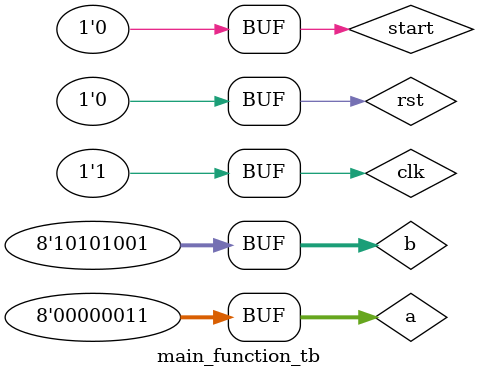
<source format=v>
`timescale 1ns / 1ps

module main_function_tb();
    reg clk;
    reg rst;
    reg [7:0] a;
    reg [7:0] b;
    reg start;
    wire busy;
    wire [23:0] result;
    main_function main1 (
        .clk_i(clk),
        .rst_i(rst),
        .a_bi(a),
        .b_bi(b),
        .start_i(start),
        .busy_o(busy),
        .result_bo(result)
    );
    initial begin
        clk=1; rst=1;
        #1
        clk=0; rst=0;
        #1
        a=8'd3; b=8'd169; clk=1; start=1;
        #1 clk=0; #1 clk=1; start=0;
        #1 clk=0; #1 clk=1;
        #1 clk=0; #1 clk=1;
        #1 clk=0; #1 clk=1;
        #1 clk=0; #1 clk=1;
        #1 clk=0; #1 clk=1;
        #1 clk=0; #1 clk=1;
        #1 clk=0; #1 clk=1;
        #1 clk=0; #1 clk=1;
        #1 clk=0; #1 clk=1;
        #1 clk=0; #1 clk=1;
        #1 clk=0; #1 clk=1;
        #1 clk=0; #1 clk=1;
        #1 clk=0; #1 clk=1;
        #1 clk=0; #1 clk=1;
        #1 clk=0; #1 clk=1;
        #1 clk=0; #1 clk=1;
        #1 clk=0; #1 clk=1;
        #1 clk=0; #1 clk=1;
        #1 clk=0; #1 clk=1;
    end
endmodule

</source>
